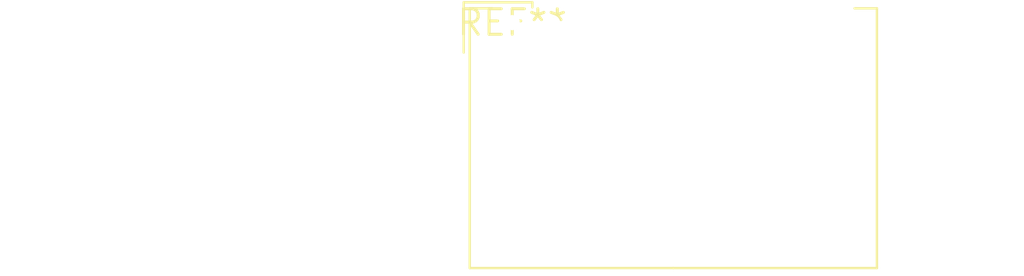
<source format=kicad_pcb>
(kicad_pcb (version 20240108) (generator pcbnew)
  (layers (0 "F.Cu" signal) (31 "B.Cu" signal) (34 "B.Paste" user) (35 "F.Paste" user) (36 "B.SilkS" user "B.Silkscreen") (37 "F.SilkS" user "F.Silkscreen") (38 "B.Mask" user) (39 "F.Mask" user) (44 "Edge.Cuts" user))
  (net 0 "")
  (footprint "JST_PUD_S18B-PUDSS-1_2x09_P2.00mm_Horizontal" (layer "F.Cu") (at 0 0)
    (property "Reference" "REF**")
    (property "Value" "JST_PUD_S18B-PUDSS-1_2x09_P2.00mm_Horizontal")
    (fp_line (start -2.41 -1.01) (end -2.41 1.49) (layer "F.SilkS") (stroke (width 0.12)))
    (fp_line (start -2.11 -0.71) (end -2.11 12.21) (layer "F.SilkS") (stroke (width 0.12)))
    (fp_line (start -2.11 12.21) (end 8 12.21) (layer "F.SilkS") (stroke (width 0.12)))
    (fp_line (start -1 -0.71) (end -2.11 -0.71) (layer "F.SilkS") (stroke (width 0.12)))
    (fp_line (start 1 -1.01) (end -2.41 -1.01) (layer "F.SilkS") (stroke (width 0.12)))
    (fp_line (start 1 -0.76) (end 1 -1.01) (layer "F.SilkS") (stroke (width 0.12)))
    (fp_line (start 17 -0.71) (end 18.11 -0.71) (layer "F.SilkS") (stroke (width 0.12)))
    (fp_line (start 18.11 -0.71) (end 18.11 12.21) (layer "F.SilkS") (stroke (width 0.12)))
    (fp_line (start 18.11 12.21) (end 8 12.21) (layer "F.SilkS") (stroke (width 0.12)))
    (pad "" np_thru_hole circle (at -0.9 9.7) (size 1.65 1.65) (drill 1.65) (layers *.Cu *.Mask))
    (pad "" np_thru_hole circle (at 16.9 9.7) (size 1.65 1.65) (drill 1.65) (layers *.Cu *.Mask))
    (pad "1" thru_hole roundrect (at 0 0) (size 1.2 1.2) (drill 0.75) (layers *.Cu *.Mask) (remove_unused_layers) (roundrect_rratio 0.208333))
    (pad "2" thru_hole circle (at 0 2) (size 1.2 1.2) (drill 0.75) (layers *.Cu *.Mask) (remove_unused_layers))
    (pad "3" thru_hole circle (at 2 0) (size 1.2 1.2) (drill 0.75) (layers *.Cu *.Mask) (remove_unused_layers))
    (pad "4" thru_hole circle (at 2 2) (size 1.2 1.2) (drill 0.75) (layers *.Cu *.Mask) (remove_unused_layers))
    (pad "5" thru_hole circle (at 4 0) (size 1.2 1.2) (drill 0.75) (layers *.Cu *.Mask) (remove_unused_layers))
    (pad "6" thru_hole circle (at 4 2) (size 1.2 1.2) (drill 0.75) (layers *.Cu *.Mask) (remove_unused_layers))
    (pad "7" thru_hole circle (at 6 0) (size 1.2 1.2) (drill 0.75) (layers *.Cu *.Mask) (remove_unused_layers))
    (pad "8" thru_hole circle (at 6 2) (size 1.2 1.2) (drill 0.75) (layers *.Cu *.Mask) (remove_unused_layers))
    (pad "9" thru_hole circle (at 8 0) (size 1.2 1.2) (drill 0.75) (layers *.Cu *.Mask) (remove_unused_layers))
    (pad "10" thru_hole circle (at 8 2) (size 1.2 1.2) (drill 0.75) (layers *.Cu *.Mask) (remove_unused_layers))
    (pad "11" thru_hole circle (at 10 0) (size 1.2 1.2) (drill 0.75) (layers *.Cu *.Mask) (remove_unused_layers))
    (pad "12" thru_hole circle (at 10 2) (size 1.2 1.2) (drill 0.75) (layers *.Cu *.Mask) (remove_unused_layers))
    (pad "13" thru_hole circle (at 12 0) (size 1.2 1.2) (drill 0.75) (layers *.Cu *.Mask) (remove_unused_layers))
    (pad "14" thru_hole circle (at 12 2) (size 1.2 1.2) (drill 0.75) (layers *.Cu *.Mask) (remove_unused_layers))
    (pad "15" thru_hole circle (at 14 0) (size 1.2 1.2) (drill 0.75) (layers *.Cu *.Mask) (remove_unused_layers))
    (pad "16" thru_hole circle (at 14 2) (size 1.2 1.2) (drill 0.75) (layers *.Cu *.Mask) (remove_unused_layers))
    (pad "17" thru_hole circle (at 16 0) (size 1.2 1.2) (drill 0.75) (layers *.Cu *.Mask) (remove_unused_layers))
    (pad "18" thru_hole circle (at 16 2) (size 1.2 1.2) (drill 0.75) (layers *.Cu *.Mask) (remove_unused_layers))
  )
)
</source>
